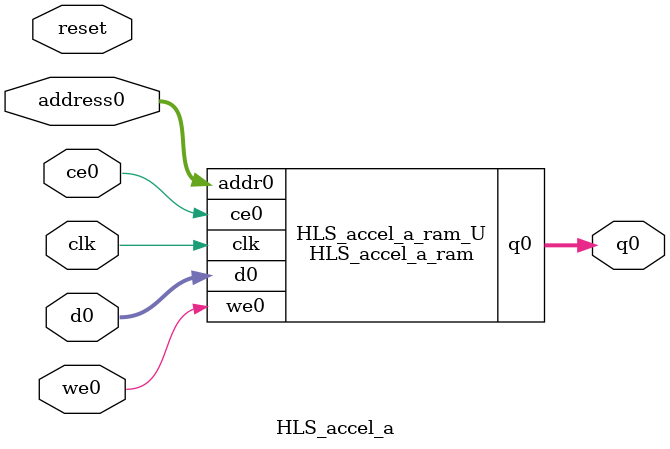
<source format=v>

`timescale 1 ns / 1 ps
module HLS_accel_a_ram (addr0, ce0, d0, we0, q0,  clk);

parameter DWIDTH = 32;
parameter AWIDTH = 10;
parameter MEM_SIZE = 1024;

input[AWIDTH-1:0] addr0;
input ce0;
input[DWIDTH-1:0] d0;
input we0;
output reg[DWIDTH-1:0] q0;
input clk;

(* ram_style = "block" *)reg [DWIDTH-1:0] ram[0:MEM_SIZE-1];




always @(posedge clk)  
begin 
    if (ce0) 
    begin
        if (we0) 
        begin 
            ram[addr0] <= d0; 
            q0 <= d0;
        end 
        else 
            q0 <= ram[addr0];
    end
end


endmodule


`timescale 1 ns / 1 ps
module HLS_accel_a(
    reset,
    clk,
    address0,
    ce0,
    we0,
    d0,
    q0);

parameter DataWidth = 32'd32;
parameter AddressRange = 32'd1024;
parameter AddressWidth = 32'd10;
input reset;
input clk;
input[AddressWidth - 1:0] address0;
input ce0;
input we0;
input[DataWidth - 1:0] d0;
output[DataWidth - 1:0] q0;



HLS_accel_a_ram HLS_accel_a_ram_U(
    .clk( clk ),
    .addr0( address0 ),
    .ce0( ce0 ),
    .d0( d0 ),
    .we0( we0 ),
    .q0( q0 ));

endmodule


</source>
